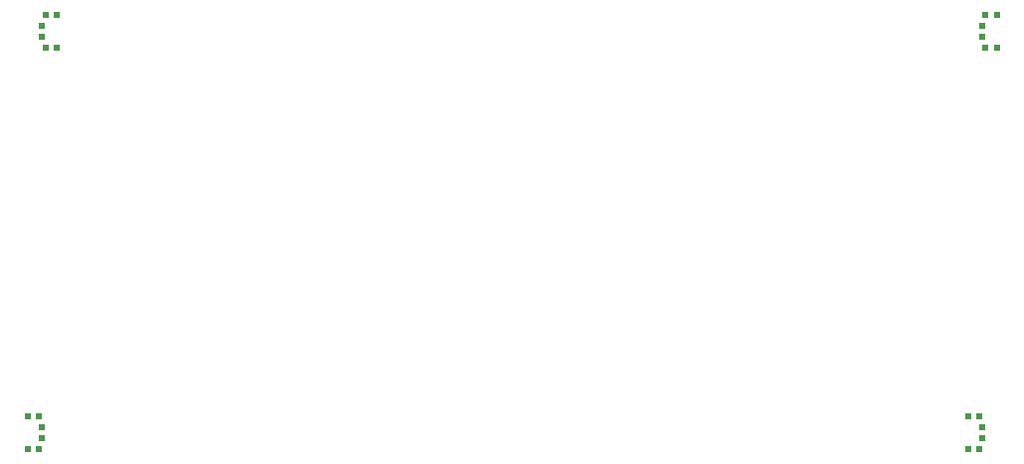
<source format=gbr>
%TF.GenerationSoftware,KiCad,Pcbnew,5.99.0-unknown-64afa3a42e~128~ubuntu20.04.1*%
%TF.CreationDate,2021-05-18T17:39:42-05:00*%
%TF.ProjectId,Feeds,46656564-732e-46b6-9963-61645f706362,rev?*%
%TF.SameCoordinates,Original*%
%TF.FileFunction,Paste,Bot*%
%TF.FilePolarity,Positive*%
%FSLAX46Y46*%
G04 Gerber Fmt 4.6, Leading zero omitted, Abs format (unit mm)*
G04 Created by KiCad (PCBNEW 5.99.0-unknown-64afa3a42e~128~ubuntu20.04.1) date 2021-05-18 17:39:42*
%MOMM*%
%LPD*%
G01*
G04 APERTURE LIST*
%ADD10R,0.560000X0.620000*%
%ADD11R,0.620000X0.560000*%
G04 APERTURE END LIST*
D10*
%TO.C,>NAME*%
X150254000Y-129281000D03*
X149294000Y-129281000D03*
%TD*%
D11*
%TO.C,>NAME*%
X150530000Y-131129000D03*
X150530000Y-130169000D03*
%TD*%
D10*
%TO.C,>NAME*%
X70253000Y-129281000D03*
X69293000Y-129281000D03*
%TD*%
%TO.C,>NAME*%
X70254000Y-132063000D03*
X69294000Y-132063000D03*
%TD*%
%TO.C,>NAME*%
X150793000Y-97819000D03*
X151753000Y-97819000D03*
%TD*%
D11*
%TO.C,>NAME*%
X150517000Y-95971000D03*
X150517000Y-96931000D03*
%TD*%
D10*
%TO.C,>NAME*%
X150255000Y-132063000D03*
X149295000Y-132063000D03*
%TD*%
%TO.C,>NAME*%
X70793000Y-97818000D03*
X71753000Y-97818000D03*
%TD*%
D11*
%TO.C,>NAME*%
X70517000Y-95970000D03*
X70517000Y-96930000D03*
%TD*%
%TO.C,>NAME*%
X70529000Y-131129000D03*
X70529000Y-130169000D03*
%TD*%
D10*
%TO.C,>NAME*%
X70792000Y-95036000D03*
X71752000Y-95036000D03*
%TD*%
%TO.C,>NAME*%
X150792000Y-95037000D03*
X151752000Y-95037000D03*
%TD*%
M02*

</source>
